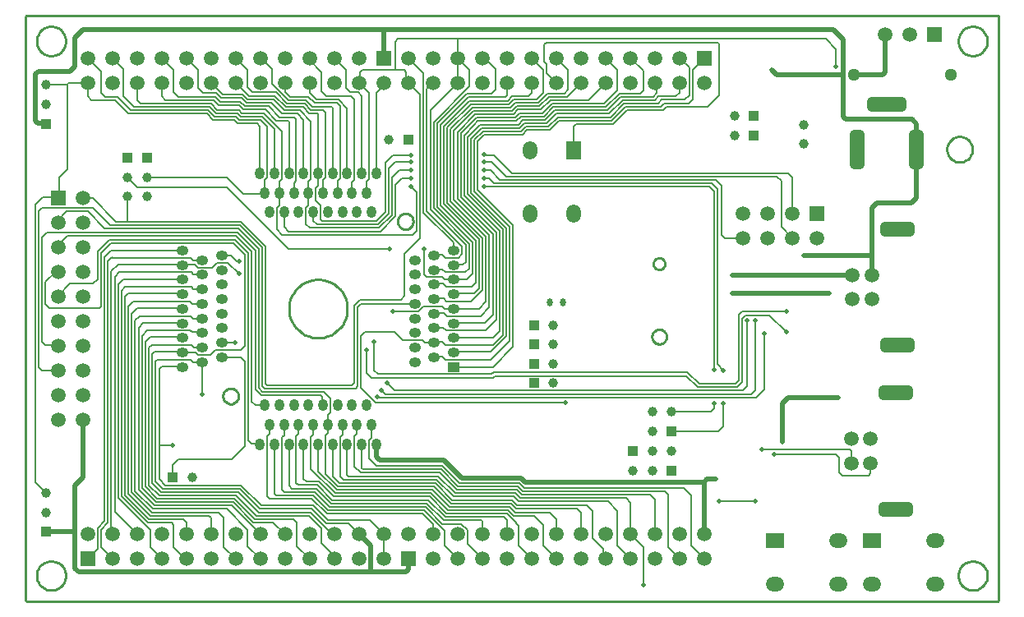
<source format=gbl>
G04*
G04 #@! TF.GenerationSoftware,Altium Limited,Altium Designer,19.1.7 (138)*
G04*
G04 Layer_Physical_Order=2*
G04 Layer_Color=16711680*
%FSTAX24Y24*%
%MOIN*%
G70*
G01*
G75*
%ADD11C,0.0100*%
%ADD16C,0.0197*%
%ADD60C,0.0079*%
G04:AMPARAMS|DCode=61|XSize=157.5mil|YSize=59.1mil|CornerRadius=14.8mil|HoleSize=0mil|Usage=FLASHONLY|Rotation=180.000|XOffset=0mil|YOffset=0mil|HoleType=Round|Shape=RoundedRectangle|*
%AMROUNDEDRECTD61*
21,1,0.1575,0.0295,0,0,180.0*
21,1,0.1280,0.0591,0,0,180.0*
1,1,0.0295,-0.0640,0.0148*
1,1,0.0295,0.0640,0.0148*
1,1,0.0295,0.0640,-0.0148*
1,1,0.0295,-0.0640,-0.0148*
%
%ADD61ROUNDEDRECTD61*%
G04:AMPARAMS|DCode=62|XSize=157.5mil|YSize=59.1mil|CornerRadius=14.8mil|HoleSize=0mil|Usage=FLASHONLY|Rotation=90.000|XOffset=0mil|YOffset=0mil|HoleType=Round|Shape=RoundedRectangle|*
%AMROUNDEDRECTD62*
21,1,0.1575,0.0295,0,0,90.0*
21,1,0.1280,0.0591,0,0,90.0*
1,1,0.0295,0.0148,0.0640*
1,1,0.0295,0.0148,-0.0640*
1,1,0.0295,-0.0148,-0.0640*
1,1,0.0295,-0.0148,0.0640*
%
%ADD62ROUNDEDRECTD62*%
%ADD63R,0.0591X0.0591*%
%ADD64C,0.0591*%
%ADD65C,0.0512*%
%ADD66R,0.0591X0.0591*%
G04:AMPARAMS|DCode=67|XSize=59.1mil|YSize=137.8mil|CornerRadius=14.8mil|HoleSize=0mil|Usage=FLASHONLY|Rotation=270.000|XOffset=0mil|YOffset=0mil|HoleType=Round|Shape=RoundedRectangle|*
%AMROUNDEDRECTD67*
21,1,0.0591,0.1083,0,0,270.0*
21,1,0.0295,0.1378,0,0,270.0*
1,1,0.0295,-0.0541,-0.0148*
1,1,0.0295,-0.0541,0.0148*
1,1,0.0295,0.0541,0.0148*
1,1,0.0295,0.0541,-0.0148*
%
%ADD67ROUNDEDRECTD67*%
%ADD68C,0.0394*%
%ADD69R,0.0394X0.0394*%
%ADD70O,0.0748X0.0591*%
%ADD71R,0.0748X0.0591*%
%ADD72R,0.0394X0.0394*%
%ADD73O,0.0236X0.0315*%
%ADD74O,0.0591X0.0748*%
%ADD75R,0.0591X0.0748*%
%ADD76O,0.0472X0.0394*%
%ADD77R,0.0472X0.0394*%
%ADD78O,0.0394X0.0472*%
%ADD79C,0.0197*%
G36*
X027283Y018311D02*
D01*
D01*
D01*
D01*
D01*
D01*
D01*
D01*
D01*
D01*
Y018213D01*
D01*
Y018311D01*
D02*
G37*
D11*
X009988Y0337D02*
X04938D01*
X011042Y011575D02*
X011157Y011552D01*
X011264Y011508D01*
X011361Y011443D01*
X011443Y011361D01*
X011508Y011264D01*
X011552Y011157D01*
X011575Y011042D01*
Y010984D02*
Y011042D01*
Y010926D02*
Y010984D01*
X011552Y010812D02*
X011575Y010926D01*
X011508Y010705D02*
X011552Y010812D01*
X011443Y010608D02*
X011508Y010705D01*
X011361Y010526D02*
X011443Y010608D01*
X011264Y010461D02*
X011361Y010526D01*
X011157Y010416D02*
X011264Y010461D01*
X011042Y010394D02*
X011157Y010416D01*
X010926Y010394D02*
X011042D01*
X010812Y010416D02*
X010926Y010394D01*
X010705Y010461D02*
X010812Y010416D01*
X010608Y010526D02*
X010705Y010461D01*
X010526Y010608D02*
X010608Y010526D01*
X010461Y010705D02*
X010526Y010608D01*
X010416Y010812D02*
X010461Y010705D01*
X010394Y010926D02*
X010416Y010812D01*
X010394Y010926D02*
Y010984D01*
Y011042D01*
X010416Y011157D01*
X010461Y011264D01*
X010526Y011361D01*
X010608Y011443D01*
X010705Y011508D01*
X010812Y011552D01*
X010926Y011575D01*
X011042D01*
X048424D02*
X048538Y011552D01*
X048645Y011508D01*
X048742Y011443D01*
X048824Y011361D01*
X048889Y011264D01*
X048934Y011157D01*
X048956Y011042D01*
Y010984D02*
Y011042D01*
Y010926D02*
Y010984D01*
X048934Y010812D02*
X048956Y010926D01*
X048889Y010705D02*
X048934Y010812D01*
X048824Y010608D02*
X048889Y010705D01*
X048742Y010526D02*
X048824Y010608D01*
X048645Y010461D02*
X048742Y010526D01*
X048538Y010416D02*
X048645Y010461D01*
X048424Y010394D02*
X048538Y010416D01*
X048308Y010394D02*
X048424D01*
X048193Y010416D02*
X048308Y010394D01*
X048086Y010461D02*
X048193Y010416D01*
X047989Y010526D02*
X048086Y010461D01*
X047907Y010608D02*
X047989Y010526D01*
X047842Y010705D02*
X047907Y010608D01*
X047798Y010812D02*
X047842Y010705D01*
X047775Y010926D02*
X047798Y010812D01*
X047775Y010926D02*
Y010984D01*
Y011042D01*
X047798Y011157D01*
X047842Y011264D01*
X047907Y011361D01*
X047989Y011443D01*
X048086Y011508D01*
X048193Y011552D01*
X048308Y011575D01*
X048424D01*
X018299Y018583D02*
X01836Y018571D01*
X018417Y018547D01*
X018468Y018512D01*
X018512Y018468D01*
X018547Y018417D01*
X018571Y01836D01*
X018583Y018299D01*
Y018268D02*
Y018299D01*
Y018237D02*
Y018268D01*
X018571Y018176D02*
X018583Y018237D01*
X018547Y018119D02*
X018571Y018176D01*
X018512Y018067D02*
X018547Y018119D01*
X018468Y018023D02*
X018512Y018067D01*
X018417Y017989D02*
X018468Y018023D01*
X01836Y017965D02*
X018417Y017989D01*
X018299Y017953D02*
X01836Y017965D01*
X018237Y017953D02*
X018299D01*
X018176Y017965D02*
X018237Y017953D01*
X018119Y017989D02*
X018176Y017965D01*
X018067Y018023D02*
X018119Y017989D01*
X018023Y018067D02*
X018067Y018023D01*
X017989Y018119D02*
X018023Y018067D01*
X017965Y018176D02*
X017989Y018119D01*
X017953Y018237D02*
X017965Y018176D01*
X017953Y018237D02*
Y018268D01*
Y018299D01*
X017965Y01836D01*
X017989Y018417D01*
X018023Y018468D01*
X018067Y018512D01*
X018119Y018547D01*
X018176Y018571D01*
X018237Y018583D01*
X018299D01*
X035679Y020974D02*
X035736Y020963D01*
X035789Y020941D01*
X035838Y020908D01*
X035879Y020867D01*
X035911Y020819D01*
X035934Y020765D01*
X035945Y020708D01*
Y020679D02*
Y020708D01*
Y02065D02*
Y020679D01*
X035934Y020593D02*
X035945Y02065D01*
X035911Y020539D02*
X035934Y020593D01*
X035879Y020491D02*
X035911Y020539D01*
X035838Y02045D02*
X035879Y020491D01*
X035789Y020417D02*
X035838Y02045D01*
X035736Y020395D02*
X035789Y020417D01*
X035679Y020384D02*
X035736Y020395D01*
X035621Y020384D02*
X035679D01*
X035563Y020395D02*
X035621Y020384D01*
X03551Y020417D02*
X035563Y020395D01*
X035461Y02045D02*
X03551Y020417D01*
X03542Y020491D02*
X035461Y02045D01*
X035388Y020539D02*
X03542Y020491D01*
X035366Y020593D02*
X035388Y020539D01*
X035354Y02065D02*
X035366Y020593D01*
X035354Y02065D02*
Y020679D01*
Y020708D01*
X035366Y020765D01*
X035388Y020819D01*
X03542Y020867D01*
X035461Y020908D01*
X03551Y020941D01*
X035563Y020963D01*
X035621Y020974D01*
X035679D01*
X021888Y022992D02*
X022042Y022972D01*
X022191Y022932D01*
X022335Y022873D01*
X022469Y022795D01*
X022591Y022701D01*
X022701Y022591D01*
X022795Y022469D01*
X022873Y022335D01*
X022932Y022191D01*
X022972Y022042D01*
X022992Y021888D01*
Y021811D02*
Y021888D01*
Y021734D02*
Y021811D01*
X022972Y02158D02*
X022992Y021734D01*
X022932Y021431D02*
X022972Y02158D01*
X022873Y021288D02*
X022932Y021431D01*
X022795Y021153D02*
X022873Y021288D01*
X022701Y021031D02*
X022795Y021153D01*
X022591Y020921D02*
X022701Y021031D01*
X022469Y020827D02*
X022591Y020921D01*
X022335Y020749D02*
X022469Y020827D01*
X022191Y02069D02*
X022335Y020749D01*
X022042Y02065D02*
X022191Y02069D01*
X021888Y02063D02*
X022042Y02065D01*
X021734Y02063D02*
X021888D01*
X02158Y02065D02*
X021734Y02063D01*
X021431Y02069D02*
X02158Y02065D01*
X021288Y020749D02*
X021431Y02069D01*
X021153Y020827D02*
X021288Y020749D01*
X021031Y020921D02*
X021153Y020827D01*
X020921Y021031D02*
X021031Y020921D01*
X020827Y021153D02*
X020921Y021031D01*
X020749Y021288D02*
X020827Y021153D01*
X02069Y021431D02*
X020749Y021288D01*
X02065Y02158D02*
X02069Y021431D01*
X02063Y021734D02*
X02065Y02158D01*
X02063Y021734D02*
Y021811D01*
Y021888D01*
X02065Y022042D01*
X02069Y022191D01*
X020749Y022335D01*
X020827Y022469D01*
X020921Y022591D01*
X021031Y022701D01*
X021153Y022795D01*
X021288Y022873D01*
X021431Y022932D01*
X02158Y022972D01*
X021734Y022992D01*
X021888D01*
X035697Y023868D02*
X035783Y023832D01*
X03585Y023766D01*
X035886Y023679D01*
Y023632D02*
Y023679D01*
Y023585D02*
Y023632D01*
X03585Y023498D02*
X035886Y023585D01*
X035783Y023432D02*
X03585Y023498D01*
X035697Y023396D02*
X035783Y023432D01*
X035603Y023396D02*
X035697D01*
X035516Y023432D02*
X035603Y023396D01*
X035449Y023498D02*
X035516Y023432D01*
X035413Y023585D02*
X035449Y023498D01*
X035413Y023585D02*
Y023632D01*
Y023679D01*
X035449Y023766D01*
X035516Y023832D01*
X035603Y023868D01*
X035697D01*
X025385Y025669D02*
X025446Y025657D01*
X025504Y025633D01*
X025555Y025599D01*
X025599Y025555D01*
X025633Y025504D01*
X025657Y025446D01*
X025669Y025385D01*
Y025354D02*
Y025385D01*
Y025323D02*
Y025354D01*
X025657Y025262D02*
X025669Y025323D01*
X025633Y025205D02*
X025657Y025262D01*
X025599Y025154D02*
X025633Y025205D01*
X025555Y02511D02*
X025599Y025154D01*
X025504Y025075D02*
X025555Y02511D01*
X025446Y025051D02*
X025504Y025075D01*
X025385Y025039D02*
X025446Y025051D01*
X025323Y025039D02*
X025385D01*
X025262Y025051D02*
X025323Y025039D01*
X025205Y025075D02*
X025262Y025051D01*
X025154Y02511D02*
X025205Y025075D01*
X02511Y025154D02*
X025154Y02511D01*
X025075Y025205D02*
X02511Y025154D01*
X025051Y025262D02*
X025075Y025205D01*
X025039Y025323D02*
X025051Y025262D01*
X025039Y025323D02*
Y025354D01*
Y025385D01*
X025051Y025446D01*
X025075Y025504D01*
X02511Y025555D01*
X025154Y025599D01*
X025205Y025633D01*
X025262Y025657D01*
X025323Y025669D01*
X025385D01*
X047885Y028789D02*
X047984Y02877D01*
X048077Y028731D01*
X048161Y028675D01*
X048232Y028604D01*
X048288Y02852D01*
X048327Y028427D01*
X048346Y028328D01*
Y028278D02*
Y028328D01*
Y028227D02*
Y028278D01*
X048327Y028128D02*
X048346Y028227D01*
X048288Y028035D02*
X048327Y028128D01*
X048232Y027951D02*
X048288Y028035D01*
X048161Y02788D02*
X048232Y027951D01*
X048077Y027824D02*
X048161Y02788D01*
X047984Y027785D02*
X048077Y027824D01*
X047885Y027766D02*
X047984Y027785D01*
X047784Y027766D02*
X047885D01*
X047685Y027785D02*
X047784Y027766D01*
X047592Y027824D02*
X047685Y027785D01*
X047508Y02788D02*
X047592Y027824D01*
X047437Y027951D02*
X047508Y02788D01*
X047381Y028035D02*
X047437Y027951D01*
X047343Y028128D02*
X047381Y028035D01*
X047323Y028227D02*
X047343Y028128D01*
X047323Y028227D02*
Y028278D01*
Y028328D01*
X047343Y028427D01*
X047381Y02852D01*
X047437Y028604D01*
X047508Y028675D01*
X047592Y028731D01*
X047685Y02877D01*
X047784Y028789D01*
X047885D01*
X011042Y033256D02*
X011157Y033234D01*
X011264Y033189D01*
X011361Y033124D01*
X011443Y033042D01*
X011508Y032945D01*
X011552Y032838D01*
X011575Y032724D01*
Y032666D02*
Y032724D01*
Y032608D02*
Y032666D01*
X011552Y032493D02*
X011575Y032608D01*
X011508Y032386D02*
X011552Y032493D01*
X011443Y032289D02*
X011508Y032386D01*
X011361Y032207D02*
X011443Y032289D01*
X011264Y032142D02*
X011361Y032207D01*
X011157Y032098D02*
X011264Y032142D01*
X011042Y032075D02*
X011157Y032098D01*
X010926Y032075D02*
X011042D01*
X010812Y032098D02*
X010926Y032075D01*
X010705Y032142D02*
X010812Y032098D01*
X010608Y032207D02*
X010705Y032142D01*
X010526Y032289D02*
X010608Y032207D01*
X010461Y032386D02*
X010526Y032289D01*
X010416Y032493D02*
X010461Y032386D01*
X010394Y032608D02*
X010416Y032493D01*
X010394Y032608D02*
Y032666D01*
Y032724D01*
X010416Y032838D01*
X010461Y032945D01*
X010526Y033042D01*
X010608Y033124D01*
X010705Y033189D01*
X010812Y033234D01*
X010926Y033256D01*
X011042D01*
X048424D02*
X048538Y033234D01*
X048645Y033189D01*
X048742Y033124D01*
X048824Y033042D01*
X048889Y032945D01*
X048934Y032838D01*
X048956Y032724D01*
Y032666D02*
Y032724D01*
Y032608D02*
Y032666D01*
X048934Y032493D02*
X048956Y032608D01*
X048889Y032386D02*
X048934Y032493D01*
X048824Y032289D02*
X048889Y032386D01*
X048742Y032207D02*
X048824Y032289D01*
X048645Y032142D02*
X048742Y032207D01*
X048538Y032098D02*
X048645Y032142D01*
X048424Y032075D02*
X048538Y032098D01*
X048308Y032075D02*
X048424D01*
X048193Y032098D02*
X048308Y032075D01*
X048086Y032142D02*
X048193Y032098D01*
X047989Y032207D02*
X048086Y032142D01*
X047907Y032289D02*
X047989Y032207D01*
X047842Y032386D02*
X047907Y032289D01*
X047798Y032493D02*
X047842Y032386D01*
X047775Y032608D02*
X047798Y032493D01*
X047775Y032608D02*
Y032666D01*
Y032724D01*
X047798Y032838D01*
X047842Y032945D01*
X047907Y033042D01*
X047989Y033124D01*
X048086Y033189D01*
X048193Y033234D01*
X048308Y033256D01*
X048424D01*
X04938Y0337D02*
X049398Y033693D01*
X009967Y03369D02*
X009988Y0337D01*
X009953Y033671D02*
X009967Y03369D01*
X009949Y033647D02*
X009953Y033671D01*
X009949Y033647D02*
X009952Y033636D01*
X009951Y033631D02*
X009952Y033636D01*
X00995Y033624D02*
X009951Y033631D01*
X00995Y01D02*
Y033624D01*
Y00999D02*
Y01D01*
Y00999D02*
X009957Y009972D01*
X009972Y009957D01*
X00999Y00995D01*
X04938D01*
X049398Y009957D01*
X049413Y009972D01*
X04942Y00999D01*
Y01D01*
X04942Y010005D02*
X04942Y01D01*
X049419Y010012D02*
X04942Y010005D01*
X049419Y010012D02*
X049419Y010019D01*
X04942Y010026D01*
X04942Y03365D02*
X04942Y010026D01*
X04942Y03365D02*
Y03366D01*
X049413Y033678D02*
X04942Y03366D01*
X049398Y033693D02*
X049413Y033678D01*
X011042Y011575D02*
X011157Y011552D01*
X011264Y011508D01*
X011361Y011443D01*
X011443Y011361D01*
X011508Y011264D01*
X011552Y011157D01*
X011575Y011042D01*
Y010984D02*
Y011042D01*
Y010926D02*
Y010984D01*
X011552Y010812D02*
X011575Y010926D01*
X011508Y010705D02*
X011552Y010812D01*
X011443Y010608D02*
X011508Y010705D01*
X011361Y010526D02*
X011443Y010608D01*
X011264Y010461D02*
X011361Y010526D01*
X011157Y010416D02*
X011264Y010461D01*
X011042Y010394D02*
X011157Y010416D01*
X010926Y010394D02*
X011042D01*
X010812Y010416D02*
X010926Y010394D01*
X010705Y010461D02*
X010812Y010416D01*
X010608Y010526D02*
X010705Y010461D01*
X010526Y010608D02*
X010608Y010526D01*
X010461Y010705D02*
X010526Y010608D01*
X010416Y010812D02*
X010461Y010705D01*
X010394Y010926D02*
X010416Y010812D01*
X010394Y010926D02*
Y010984D01*
Y011042D01*
X010416Y011157D01*
X010461Y011264D01*
X010526Y011361D01*
X010608Y011443D01*
X010705Y011508D01*
X010812Y011552D01*
X010926Y011575D01*
X011042D01*
X048424D02*
X048538Y011552D01*
X048645Y011508D01*
X048742Y011443D01*
X048824Y011361D01*
X048889Y011264D01*
X048934Y011157D01*
X048956Y011042D01*
Y010984D02*
Y011042D01*
Y010926D02*
Y010984D01*
X048934Y010812D02*
X048956Y010926D01*
X048889Y010705D02*
X048934Y010812D01*
X048824Y010608D02*
X048889Y010705D01*
X048742Y010526D02*
X048824Y010608D01*
X048645Y010461D02*
X048742Y010526D01*
X048538Y010416D02*
X048645Y010461D01*
X048424Y010394D02*
X048538Y010416D01*
X048308Y010394D02*
X048424D01*
X048193Y010416D02*
X048308Y010394D01*
X048086Y010461D02*
X048193Y010416D01*
X047989Y010526D02*
X048086Y010461D01*
X047907Y010608D02*
X047989Y010526D01*
X047842Y010705D02*
X047907Y010608D01*
X047798Y010812D02*
X047842Y010705D01*
X047775Y010926D02*
X047798Y010812D01*
X047775Y010926D02*
Y010984D01*
Y011042D01*
X047798Y011157D01*
X047842Y011264D01*
X047907Y011361D01*
X047989Y011443D01*
X048086Y011508D01*
X048193Y011552D01*
X048308Y011575D01*
X048424D01*
X018299Y018583D02*
X01836Y018571D01*
X018417Y018547D01*
X018468Y018512D01*
X018512Y018468D01*
X018547Y018417D01*
X018571Y01836D01*
X018583Y018299D01*
Y018268D02*
Y018299D01*
Y018237D02*
Y018268D01*
X018571Y018176D02*
X018583Y018237D01*
X018547Y018119D02*
X018571Y018176D01*
X018512Y018067D02*
X018547Y018119D01*
X018468Y018023D02*
X018512Y018067D01*
X018417Y017989D02*
X018468Y018023D01*
X01836Y017965D02*
X018417Y017989D01*
X018299Y017953D02*
X01836Y017965D01*
X018237Y017953D02*
X018299D01*
X018176Y017965D02*
X018237Y017953D01*
X018119Y017989D02*
X018176Y017965D01*
X018067Y018023D02*
X018119Y017989D01*
X018023Y018067D02*
X018067Y018023D01*
X017989Y018119D02*
X018023Y018067D01*
X017965Y018176D02*
X017989Y018119D01*
X017953Y018237D02*
X017965Y018176D01*
X017953Y018237D02*
Y018268D01*
Y018299D01*
X017965Y01836D01*
X017989Y018417D01*
X018023Y018468D01*
X018067Y018512D01*
X018119Y018547D01*
X018176Y018571D01*
X018237Y018583D01*
X018299D01*
X035679Y020974D02*
X035736Y020963D01*
X035789Y020941D01*
X035838Y020908D01*
X035879Y020867D01*
X035911Y020819D01*
X035934Y020765D01*
X035945Y020708D01*
Y020679D02*
Y020708D01*
Y02065D02*
Y020679D01*
X035934Y020593D02*
X035945Y02065D01*
X035911Y020539D02*
X035934Y020593D01*
X035879Y020491D02*
X035911Y020539D01*
X035838Y02045D02*
X035879Y020491D01*
X035789Y020417D02*
X035838Y02045D01*
X035736Y020395D02*
X035789Y020417D01*
X035679Y020384D02*
X035736Y020395D01*
X035621Y020384D02*
X035679D01*
X035563Y020395D02*
X035621Y020384D01*
X03551Y020417D02*
X035563Y020395D01*
X035461Y02045D02*
X03551Y020417D01*
X03542Y020491D02*
X035461Y02045D01*
X035388Y020539D02*
X03542Y020491D01*
X035366Y020593D02*
X035388Y020539D01*
X035354Y02065D02*
X035366Y020593D01*
X035354Y02065D02*
Y020679D01*
Y020708D01*
X035366Y020765D01*
X035388Y020819D01*
X03542Y020867D01*
X035461Y020908D01*
X03551Y020941D01*
X035563Y020963D01*
X035621Y020974D01*
X035679D01*
X021888Y022992D02*
X022042Y022972D01*
X022191Y022932D01*
X022335Y022873D01*
X022469Y022795D01*
X022591Y022701D01*
X022701Y022591D01*
X022795Y022469D01*
X022873Y022335D01*
X022932Y022191D01*
X022972Y022042D01*
X022992Y021888D01*
Y021811D02*
Y021888D01*
Y021734D02*
Y021811D01*
X022972Y02158D02*
X022992Y021734D01*
X022932Y021431D02*
X022972Y02158D01*
X022873Y021288D02*
X022932Y021431D01*
X022795Y021153D02*
X022873Y021288D01*
X022701Y021031D02*
X022795Y021153D01*
X022591Y020921D02*
X022701Y021031D01*
X022469Y020827D02*
X022591Y020921D01*
X022335Y020749D02*
X022469Y020827D01*
X022191Y02069D02*
X022335Y020749D01*
X022042Y02065D02*
X022191Y02069D01*
X021888Y02063D02*
X022042Y02065D01*
X021734Y02063D02*
X021888D01*
X02158Y02065D02*
X021734Y02063D01*
X021431Y02069D02*
X02158Y02065D01*
X021288Y020749D02*
X021431Y02069D01*
X021153Y020827D02*
X021288Y020749D01*
X021031Y020921D02*
X021153Y020827D01*
X020921Y021031D02*
X021031Y020921D01*
X020827Y021153D02*
X020921Y021031D01*
X020749Y021288D02*
X020827Y021153D01*
X02069Y021431D02*
X020749Y021288D01*
X02065Y02158D02*
X02069Y021431D01*
X02063Y021734D02*
X02065Y02158D01*
X02063Y021734D02*
Y021811D01*
Y021888D01*
X02065Y022042D01*
X02069Y022191D01*
X020749Y022335D01*
X020827Y022469D01*
X020921Y022591D01*
X021031Y022701D01*
X021153Y022795D01*
X021288Y022873D01*
X021431Y022932D01*
X02158Y022972D01*
X021734Y022992D01*
X021888D01*
X035697Y023868D02*
X035783Y023832D01*
X03585Y023766D01*
X035886Y023679D01*
Y023632D02*
Y023679D01*
Y023585D02*
Y023632D01*
X03585Y023498D02*
X035886Y023585D01*
X035783Y023432D02*
X03585Y023498D01*
X035697Y023396D02*
X035783Y023432D01*
X035603Y023396D02*
X035697D01*
X035516Y023432D02*
X035603Y023396D01*
X035449Y023498D02*
X035516Y023432D01*
X035413Y023585D02*
X035449Y023498D01*
X035413Y023585D02*
Y023632D01*
Y023679D01*
X035449Y023766D01*
X035516Y023832D01*
X035603Y023868D01*
X035697D01*
X025385Y025669D02*
X025446Y025657D01*
X025504Y025633D01*
X025555Y025599D01*
X025599Y025555D01*
X025633Y025504D01*
X025657Y025446D01*
X025669Y025385D01*
Y025354D02*
Y025385D01*
Y025323D02*
Y025354D01*
X025657Y025262D02*
X025669Y025323D01*
X025633Y025205D02*
X025657Y025262D01*
X025599Y025154D02*
X025633Y025205D01*
X025555Y02511D02*
X025599Y025154D01*
X025504Y025075D02*
X025555Y02511D01*
X025446Y025051D02*
X025504Y025075D01*
X025385Y025039D02*
X025446Y025051D01*
X025323Y025039D02*
X025385D01*
X025262Y025051D02*
X025323Y025039D01*
X025205Y025075D02*
X025262Y025051D01*
X025154Y02511D02*
X025205Y025075D01*
X02511Y025154D02*
X025154Y02511D01*
X025075Y025205D02*
X02511Y025154D01*
X025051Y025262D02*
X025075Y025205D01*
X025039Y025323D02*
X025051Y025262D01*
X025039Y025323D02*
Y025354D01*
Y025385D01*
X025051Y025446D01*
X025075Y025504D01*
X02511Y025555D01*
X025154Y025599D01*
X025205Y025633D01*
X025262Y025657D01*
X025323Y025669D01*
X025385D01*
X011042Y033256D02*
X011157Y033234D01*
X011264Y033189D01*
X011361Y033124D01*
X011443Y033042D01*
X011508Y032945D01*
X011552Y032838D01*
X011575Y032724D01*
Y032666D02*
Y032724D01*
Y032608D02*
Y032666D01*
X011552Y032493D02*
X011575Y032608D01*
X011508Y032386D02*
X011552Y032493D01*
X011443Y032289D02*
X011508Y032386D01*
X011361Y032207D02*
X011443Y032289D01*
X011264Y032142D02*
X011361Y032207D01*
X011157Y032098D02*
X011264Y032142D01*
X011042Y032075D02*
X011157Y032098D01*
X010926Y032075D02*
X011042D01*
X010812Y032098D02*
X010926Y032075D01*
X010705Y032142D02*
X010812Y032098D01*
X010608Y032207D02*
X010705Y032142D01*
X010526Y032289D02*
X010608Y032207D01*
X010461Y032386D02*
X010526Y032289D01*
X010416Y032493D02*
X010461Y032386D01*
X010394Y032608D02*
X010416Y032493D01*
X010394Y032608D02*
Y032666D01*
Y032724D01*
X010416Y032838D01*
X010461Y032945D01*
X010526Y033042D01*
X010608Y033124D01*
X010705Y033189D01*
X010812Y033234D01*
X010926Y033256D01*
X011042D01*
X048424D02*
X048538Y033234D01*
X048645Y033189D01*
X048742Y033124D01*
X048824Y033042D01*
X048889Y032945D01*
X048934Y032838D01*
X048956Y032724D01*
Y032666D02*
Y032724D01*
Y032608D02*
Y032666D01*
X048934Y032493D02*
X048956Y032608D01*
X048889Y032386D02*
X048934Y032493D01*
X048824Y032289D02*
X048889Y032386D01*
X048742Y032207D02*
X048824Y032289D01*
X048645Y032142D02*
X048742Y032207D01*
X048538Y032098D02*
X048645Y032142D01*
X048424Y032075D02*
X048538Y032098D01*
X048308Y032075D02*
X048424D01*
X048193Y032098D02*
X048308Y032075D01*
X048086Y032142D02*
X048193Y032098D01*
X047989Y032207D02*
X048086Y032142D01*
X047907Y032289D02*
X047989Y032207D01*
X047842Y032386D02*
X047907Y032289D01*
X047798Y032493D02*
X047842Y032386D01*
X047775Y032608D02*
X047798Y032493D01*
X047775Y032608D02*
Y032666D01*
Y032724D01*
X047798Y032838D01*
X047842Y032945D01*
X047907Y033042D01*
X047989Y033124D01*
X048086Y033189D01*
X048193Y033234D01*
X048308Y033256D01*
X048424D01*
X04938Y0337D02*
X049398Y033693D01*
X009988Y0337D02*
X04938D01*
X009967Y03369D02*
X009988Y0337D01*
X009953Y033671D02*
X009967Y03369D01*
X009949Y033647D02*
X009953Y033671D01*
X009949Y033647D02*
X009952Y033636D01*
X009951Y033631D02*
X009952Y033636D01*
X00995Y033624D02*
X009951Y033631D01*
X00995Y01D02*
Y033624D01*
Y00999D02*
Y01D01*
Y00999D02*
X009957Y009972D01*
X009972Y009957D01*
X00999Y00995D01*
X04938D01*
X049398Y009957D01*
X049413Y009972D01*
X04942Y00999D01*
Y01D01*
X04942Y010005D02*
X04942Y01D01*
X049419Y010012D02*
X04942Y010005D01*
X049419Y010012D02*
X049419Y010019D01*
X04942Y010026D01*
X04942Y03365D02*
X04942Y010026D01*
X04942Y03365D02*
Y03366D01*
X049413Y033678D02*
X04942Y03366D01*
X049398Y033693D02*
X049413Y033678D01*
D16*
X043218Y029498D02*
X045894D01*
X046073Y029319D01*
Y028287D02*
Y029319D01*
X046063Y028278D02*
X046073Y028287D01*
X045874Y0261D02*
X046063Y026289D01*
Y028278D01*
X033183Y014778D02*
X037475D01*
X037589Y014892D01*
X033179Y014774D02*
X033183Y014778D01*
X024183Y015787D02*
X024301Y015669D01*
X024183Y015787D02*
Y016309D01*
X024173Y016319D02*
X024183Y016309D01*
X024301Y015669D02*
X026895D01*
X027629Y014936D01*
X030056D01*
X030219Y014774D01*
X033179D01*
X037475Y012665D02*
Y014778D01*
X037589Y014892D02*
X037933D01*
X04063Y01797D02*
X04086Y0182D01*
X04063Y016388D02*
Y01797D01*
X04086Y0182D02*
X042924D01*
X044478Y0261D02*
X045874D01*
X025475Y011233D02*
Y011665D01*
X025364Y011122D02*
X025475Y011233D01*
X023957Y011122D02*
X025364D01*
X0431Y029617D02*
X043218Y029498D01*
X0431Y029617D02*
Y0313D01*
X0386Y02318D02*
X043489D01*
X042522Y022438D02*
X04253Y022431D01*
X0386Y022438D02*
X042522D01*
X04175Y0313D02*
X0431D01*
X040409D02*
X04175D01*
X0402Y031509D02*
X040409Y0313D01*
X043531D02*
X044709D01*
X0448Y031391D01*
Y03295D01*
X010787Y012756D02*
X01195D01*
X012106Y011122D02*
X023957D01*
X023927Y011152D02*
Y012203D01*
X023464Y012665D02*
X023927Y012203D01*
X01195Y011278D02*
X012106Y011122D01*
X01195Y011278D02*
Y012756D01*
Y01465D01*
X012264Y014964D01*
Y017311D01*
X010337Y029451D02*
Y031325D01*
X010452Y029335D02*
X010771D01*
X010337Y029451D02*
X010452Y029335D01*
X010337Y031325D02*
X010461Y031449D01*
X011749D01*
X01195Y03165D01*
Y032794D01*
X024464Y033124D02*
X042713D01*
X01228D02*
X024464D01*
Y031985D02*
Y033124D01*
X042713D02*
X0431Y032738D01*
X01195Y032794D02*
X01228Y033124D01*
X0431Y0313D02*
Y032738D01*
X041506Y023986D02*
X044276D01*
Y025898D01*
Y02318D02*
Y023986D01*
Y025898D02*
X044478Y0261D01*
D60*
X027303Y023611D02*
X027692D01*
X010633Y026339D02*
X011264D01*
X026516Y023414D02*
X026836D01*
X015478Y019477D02*
X016319D01*
X026516Y024004D02*
X026856D01*
X025943Y024658D02*
Y030516D01*
X026081Y025717D02*
Y031378D01*
X025315Y02403D02*
X025943Y024658D01*
X025475Y030985D02*
X025943Y030516D01*
X026081Y025717D02*
X027303Y024495D01*
X04105Y025685D02*
Y027146D01*
X029679Y027317D02*
X040879D01*
X04105Y027146D01*
X04061Y025125D02*
Y026988D01*
X040419Y027179D02*
X04061Y026988D01*
X029443Y027179D02*
X040419D01*
X037864Y019321D02*
Y026565D01*
X037663Y026766D02*
X037864Y026565D01*
X028535Y026766D02*
X037663D01*
X038317Y024685D02*
X03905D01*
X038189Y024813D02*
X038317Y024685D01*
X038189Y024813D02*
Y026801D01*
X029182Y027041D02*
X037949D01*
X038189Y026801D01*
X038002Y019567D02*
Y026683D01*
X028945Y026904D02*
X037781D01*
X038002Y026683D01*
Y019567D02*
X038258Y019311D01*
X015516Y014513D02*
X018631D01*
X015226Y014804D02*
X015516Y014513D01*
X015226Y014804D02*
Y019677D01*
X016319Y020067D02*
X016347Y020039D01*
X015184Y020067D02*
X016319D01*
X015437Y014376D02*
X018574D01*
X015088Y014725D02*
X015437Y014376D01*
X015088Y014725D02*
Y019972D01*
X02749Y014601D02*
X029918D01*
X0268Y015291D02*
X02749Y014601D01*
X023629Y015291D02*
X0268D01*
X027433Y014463D02*
X029861D01*
X026743Y015154D02*
X027433Y014463D01*
X02355Y015154D02*
X026743D01*
X027366Y014326D02*
X029804D01*
X026675Y015016D02*
X027366Y014326D01*
X023038Y015016D02*
X026675D01*
X027308Y014188D02*
X029746D01*
X026618Y014878D02*
X027308Y014188D01*
X022981Y014878D02*
X026618D01*
X027251Y01405D02*
X029689D01*
X026561Y01474D02*
X027251Y01405D01*
X022675Y01474D02*
X026561D01*
X027194Y013912D02*
X029632D01*
X026504Y014602D02*
X027194Y013912D01*
X022618Y014602D02*
X026504D01*
X027137Y013774D02*
X029574D01*
X026447Y014465D02*
X027137Y013774D01*
X022561Y014465D02*
X026447D01*
X02708Y013637D02*
X029517D01*
X02639Y014327D02*
X02708Y013637D01*
X022504Y014327D02*
X02639D01*
X027023Y013499D02*
X02946D01*
X026333Y014189D02*
X027023Y013499D01*
X022446Y014189D02*
X026333D01*
X026966Y013361D02*
X029339D01*
X026276Y014051D02*
X026966Y013361D01*
X022389Y014051D02*
X026276D01*
X028475Y0127D02*
Y013175D01*
X028427Y013223D02*
X028475Y013175D01*
X026909Y013223D02*
X028427D01*
X026219Y013913D02*
X026909Y013223D01*
X022332Y013913D02*
X026219D01*
X027612Y013085D02*
X027868Y012829D01*
X026852Y013085D02*
X027612D01*
X026162Y013776D02*
X026852Y013085D01*
X022275Y013776D02*
X026162D01*
X02695Y01219D02*
Y012792D01*
X026105Y013638D02*
X02695Y012792D01*
X022218Y013638D02*
X026105D01*
X026475Y012665D02*
Y013073D01*
X026048Y0135D02*
X026475Y013073D01*
X022161Y0135D02*
X026048D01*
X026857Y015429D02*
X027547Y014739D01*
X027627Y014878D02*
X030061D01*
X026938Y015567D02*
X027627Y014878D01*
X027868Y012272D02*
Y012829D01*
X015006Y020658D02*
X016319D01*
X024957Y026833D02*
X025226Y027102D01*
X024957Y025562D02*
Y026833D01*
X024346Y024951D02*
X024957Y025562D01*
X024819Y027136D02*
X025114Y027431D01*
X024819Y025619D02*
Y027136D01*
X024289Y025089D02*
X024819Y025619D01*
X024682Y027497D02*
X02495Y027766D01*
X024682Y025676D02*
Y027497D01*
X024232Y025226D02*
X024682Y025676D01*
X024541Y027738D02*
X024855Y028051D01*
X024541Y025731D02*
Y027738D01*
X024175Y025365D02*
X024541Y025731D01*
X020578Y029448D02*
X02063Y029396D01*
X020121Y029448D02*
X020578D01*
X013563Y030274D02*
X014115Y029723D01*
X012623Y030274D02*
X013563D01*
X014115Y029723D02*
X017293D01*
X012465Y030433D02*
X012623Y030274D01*
X012465Y030433D02*
Y030985D01*
X019449Y027303D02*
Y029216D01*
X017293Y029723D02*
X017548Y029468D01*
X018407D01*
X01854Y029335D01*
X019329D01*
X019449Y029216D01*
X02063Y027303D02*
Y029396D01*
X019682Y029887D02*
X020121Y029448D01*
X020925Y026994D02*
Y02951D01*
X020237Y029585D02*
X02085D01*
X020925Y02951D01*
X019798Y030024D02*
X020237Y029585D01*
X02122Y027331D02*
Y029479D01*
X020351Y029723D02*
X020976D01*
X02122Y029479D01*
Y027303D02*
Y027331D01*
X021516Y027141D02*
Y029414D01*
X020441Y029861D02*
X021069D01*
X021516Y029414D01*
X013Y030573D02*
Y031449D01*
X019744Y027141D02*
Y02921D01*
X013Y030573D02*
X013161Y030412D01*
X013673D01*
X014224Y029861D01*
X01735D01*
X017605Y029606D01*
X018465D01*
X018597Y029473D01*
X01948D01*
X019744Y02921D01*
X0139Y030433D02*
Y031549D01*
X020039Y027331D02*
Y029109D01*
X0139Y030433D02*
X014334Y029999D01*
X019538Y029611D02*
X020039Y029109D01*
X018669Y029611D02*
X019538D01*
X018536Y029744D02*
X018669Y029611D01*
X017662Y029744D02*
X018536D01*
X017407Y029999D02*
X017662Y029744D01*
X014334Y029999D02*
X017407D01*
X020039Y027303D02*
Y027331D01*
X014465Y030274D02*
Y030985D01*
X020335Y027055D02*
Y029009D01*
X014465Y030274D02*
X014602Y030137D01*
X017465D01*
X01772Y029882D01*
X018593D01*
X018726Y029749D01*
X019595D01*
X020335Y029009D01*
X015465Y030433D02*
Y030985D01*
Y030433D02*
X015623Y030274D01*
X017586D01*
X017784Y030076D01*
X018593D01*
X018783Y029887D01*
X019682D01*
X01595Y030591D02*
Y031499D01*
Y030591D02*
X016129Y030412D01*
X017643D01*
X017841Y030214D01*
X01865D01*
X01884Y030024D01*
X019798D01*
X01695Y030765D02*
Y031499D01*
Y030765D02*
X017141Y030573D01*
X019912Y030162D02*
X020351Y029723D01*
X018897Y030162D02*
X019912D01*
X018701Y030359D02*
X018897Y030162D01*
X018204Y030359D02*
X018701D01*
X0182Y030362D02*
X018204Y030359D01*
X017888Y030362D02*
X0182D01*
X017677Y030573D02*
X017888Y030362D01*
X017141Y030573D02*
X017677D01*
X017465Y030985D02*
X017949Y0305D01*
X018754D01*
X018954Y0303D01*
X020002D01*
X020441Y029861D01*
X021811Y027303D02*
Y029698D01*
X018465Y030985D02*
X019011Y030438D01*
X020059D01*
X020498Y029999D01*
X021204D01*
X021459Y029744D01*
X021765D01*
X021811Y029698D01*
X01895Y0308D02*
Y031499D01*
X022106Y027141D02*
Y029783D01*
X01895Y0308D02*
X019159Y030591D01*
X0201D01*
X020555Y030137D01*
X021261D01*
X021516Y029882D01*
X022008D01*
X022106Y029783D01*
X022402Y027331D02*
Y029973D01*
X01995Y030936D02*
X020335Y030552D01*
X020612Y030274D01*
X021318D01*
X021573Y030019D01*
X022355D01*
X022402Y029973D01*
Y027303D02*
Y027331D01*
X022697Y027102D02*
Y03005D01*
X020465Y030617D02*
Y030985D01*
Y030617D02*
X020669Y030412D01*
X022589Y030157D02*
X022697Y03005D01*
X021672Y030157D02*
X022589D01*
X021417Y030412D02*
X021672Y030157D01*
X020669Y030412D02*
X021417D01*
X018536Y02491D02*
X019262Y024184D01*
X01081Y02491D02*
X018536D01*
X0112Y024339D02*
X011633Y024772D01*
X018479D02*
X019124Y024127D01*
X011633Y024772D02*
X018479D01*
X01844Y024616D02*
X018986Y02407D01*
X013356Y024616D02*
X01844D01*
X012867Y024127D02*
X013356Y024616D01*
X018383Y024478D02*
X018848Y024013D01*
X013413Y024478D02*
X018383D01*
X013Y024065D02*
X013413Y024478D01*
X019124Y016348D02*
X019419D01*
X018986Y016486D02*
X019124Y016348D01*
X018986Y016486D02*
Y02407D01*
X018848Y016244D02*
Y019679D01*
X018685Y019843D02*
X018848Y019679D01*
X017894Y019843D02*
X018685D01*
X02327Y021924D02*
X023519Y022174D01*
X018686Y025344D02*
X019682Y024349D01*
X02327Y018791D02*
Y021924D01*
X023189Y018711D02*
X02327Y018791D01*
X019744Y018711D02*
X023189D01*
X019537Y018681D02*
Y024298D01*
Y018681D02*
X019646Y018573D01*
X019555Y018435D02*
X022047D01*
X0194Y018591D02*
X019555Y018435D01*
X0194Y018591D02*
Y024241D01*
X019262Y018533D02*
Y024184D01*
Y018533D02*
X019498Y018297D01*
X021921D01*
X019124Y018045D02*
Y024127D01*
X02199Y01794D02*
X022008Y017922D01*
X018572Y025069D02*
X0194Y024241D01*
X018306Y015701D02*
X018848Y016244D01*
X022047Y018435D02*
X022303Y018179D01*
X021921Y018297D02*
X02199Y018228D01*
X019419Y016348D02*
X019449Y016319D01*
X018629Y025207D02*
X019537Y024298D01*
X02199Y01794D02*
Y018228D01*
X019124Y018045D02*
X019275Y017894D01*
X019682Y018773D02*
X019744Y018711D01*
X019682Y018773D02*
Y024349D01*
X024227Y019154D02*
X028856D01*
X024065Y019316D02*
X024227Y019154D01*
X024065Y019316D02*
Y020455D01*
X023974Y019016D02*
X028913D01*
X023783Y019208D02*
X023974Y019016D01*
X023783Y019208D02*
Y020138D01*
X037207Y018632D02*
X038807D01*
X028982Y019085D02*
X036754D01*
X037207Y018632D01*
X037264Y01877D02*
X03875D01*
X028945Y019242D02*
X036791D01*
X038807Y018632D02*
X039026Y01885D01*
Y02142D01*
X036791Y019242D02*
X037264Y01877D01*
X028913Y019016D02*
X028982Y019085D01*
X039026Y02142D02*
X039141Y021535D01*
X04012D01*
X0408Y020856D01*
X024132Y018012D02*
X03185D01*
X023545Y018599D02*
X024132Y018012D01*
X024214Y018209D02*
X039577D01*
X024541Y018346D02*
X03939D01*
X024391Y018496D02*
X024541Y018346D01*
X03939D02*
X039537Y018494D01*
Y021326D01*
X024194Y018229D02*
X024214Y018209D01*
X039577D02*
X039901Y018533D01*
Y020819D01*
X017894Y024004D02*
X017934Y023964D01*
X024626Y018789D02*
X024921Y018494D01*
X013697Y023611D02*
X016818D01*
X023545Y018599D02*
Y020717D01*
X023519Y022174D02*
X025167D01*
X023545Y020717D02*
X023703Y020874D01*
X023408Y021867D02*
X023549Y022008D01*
X023408Y018654D02*
Y021867D01*
X023327Y018573D02*
X023408Y018654D01*
X024921Y018494D02*
X039035D01*
X015363Y01628D02*
Y019362D01*
Y014892D02*
Y01628D01*
X015925D01*
X0428Y03165D02*
Y03235D01*
X023927Y011152D02*
X023957Y011122D01*
X024464Y011665D02*
Y012665D01*
X022215Y013224D02*
X023905D01*
X024464Y012665D01*
X010771Y029335D02*
X010787Y029319D01*
X02495Y031496D02*
Y032647D01*
Y031496D02*
X025293D01*
X025057Y032754D02*
X02748D01*
X023622Y031496D02*
X02495D01*
Y032647D02*
X025057Y032754D01*
X026516Y021052D02*
X026877D01*
X026516Y021642D02*
X026902D01*
X027303Y021248D02*
X028562D01*
X038888Y018907D02*
Y021565D01*
X03875Y01877D02*
X038888Y018907D01*
Y021565D02*
X039025Y021702D01*
X023703Y020874D02*
X024903D01*
X023549Y022008D02*
X0257D01*
X019646Y018573D02*
X023327D01*
X026146Y020433D02*
X026516D01*
X026048Y020531D02*
X026146Y020433D01*
X025245Y020531D02*
X026048D01*
X024903Y020874D02*
X025245Y020531D01*
X014085Y025344D02*
X018686D01*
X024176Y015429D02*
X026857D01*
X023878Y015727D02*
X024176Y015429D01*
X023878Y015727D02*
Y016481D01*
X023976Y016579D01*
Y017106D01*
X026516Y020433D02*
X026544Y020461D01*
X026978Y020335D02*
X028896D01*
X026852Y020461D02*
X026978Y020335D01*
X026544Y020461D02*
X026852D01*
X028896Y020335D02*
X029309Y020748D01*
Y025022D01*
X027874Y026457D02*
X029309Y025022D01*
X027874Y028786D02*
X028374Y029285D01*
X027874Y026457D02*
Y028786D01*
X028374Y029285D02*
X029928D01*
X030116Y029473D01*
X031019D01*
X031407Y029861D01*
X03355D01*
Y029872D01*
X034092Y030414D01*
X035407D01*
X03555Y030557D01*
Y030909D01*
X035475Y030985D02*
X03555Y030909D01*
X025226Y027102D02*
X025574D01*
X025114Y027431D02*
X025571D01*
X02495Y027766D02*
X025571D01*
X024855Y028051D02*
X025571D01*
X038248Y017048D02*
Y017972D01*
X038036Y016836D02*
X038248Y017048D01*
X036148Y016836D02*
X038036D01*
X014874Y020925D02*
X016625D01*
X014666Y020717D02*
X014874Y020925D01*
X014666Y014532D02*
Y020717D01*
X01506Y020335D02*
X016157D01*
X01495Y020225D02*
X01506Y020335D01*
X01495Y014651D02*
Y020225D01*
X015292Y019744D02*
X016648D01*
X015226Y019677D02*
X015292Y019744D01*
X035Y01061D02*
Y01214D01*
X021465Y025089D02*
X024289D01*
X021319Y025234D02*
X021465Y025089D01*
X021319Y025234D02*
Y02589D01*
X021971Y025365D02*
X024175D01*
X021772Y025226D02*
X024232D01*
X020612Y024951D02*
X024346D01*
X025806Y024985D02*
Y026534D01*
X025574Y026766D02*
X025806Y026534D01*
X020347Y024813D02*
X025634D01*
X025806Y024985D01*
X025475Y031985D02*
X026081Y031378D01*
X026225Y025768D02*
X027656Y024337D01*
X026362Y029872D02*
X027475Y030985D01*
X026362Y025825D02*
Y029872D01*
Y025825D02*
X027794Y024394D01*
X026225Y025768D02*
Y030734D01*
X026475Y030985D01*
X026496Y029382D02*
X02795Y030836D01*
X026496Y025887D02*
Y029382D01*
Y025887D02*
X027931Y024451D01*
X026634Y029325D02*
X027858Y03055D01*
X026634Y025944D02*
Y029325D01*
Y025944D02*
X028069Y024508D01*
X026516Y022823D02*
X026879D01*
X026772Y029268D02*
X027916Y030412D01*
X026772Y026001D02*
Y029268D01*
Y026001D02*
X028207Y024565D01*
X027303Y02243D02*
X028148D01*
X026909Y029211D02*
X02795Y030252D01*
X026909Y026058D02*
Y029211D01*
Y026058D02*
X028345Y024622D01*
X026516Y022233D02*
X026896D01*
X027047Y029154D02*
X028005Y030112D01*
X027047Y026115D02*
Y029154D01*
Y026115D02*
X028483Y024679D01*
X027185Y029097D02*
X028062Y029974D01*
X027185Y026172D02*
Y029097D01*
Y026172D02*
X02862Y024737D01*
X027323Y02904D02*
X028119Y029837D01*
X027323Y026229D02*
Y02904D01*
Y026229D02*
X028758Y024794D01*
X027461Y028983D02*
X028177Y029699D01*
X027461Y026286D02*
Y028983D01*
Y026286D02*
X028896Y024851D01*
X027598Y028926D02*
X028234Y029561D01*
X027598Y026343D02*
Y028926D01*
Y026343D02*
X029034Y024908D01*
X027736Y028843D02*
X02815Y029256D01*
X027736Y0264D02*
Y028843D01*
Y0264D02*
X029172Y024965D01*
X027303Y020067D02*
X028824D01*
X028012Y028717D02*
X028442Y029148D01*
X028012Y026514D02*
Y028717D01*
Y026514D02*
X029447Y025079D01*
X02815Y02866D02*
X0285Y02901D01*
X02815Y026572D02*
Y02866D01*
Y026572D02*
X029585Y025136D01*
X025391Y031068D02*
X025475Y030985D01*
X028945Y028051D02*
X029679Y027317D01*
X028537Y028051D02*
X028945D01*
X028533Y028054D02*
X028537Y028051D01*
X028856Y027766D02*
X029443Y027179D01*
X028533Y027766D02*
X028856D01*
X028793Y027431D02*
X029182Y027041D01*
X028533Y027431D02*
X028793D01*
X028751Y027097D02*
X028945Y026904D01*
X028539Y027097D02*
X028751D01*
X028535Y027102D02*
X028539Y027097D01*
X018848Y020302D02*
Y024013D01*
X018685Y020138D02*
X018848Y020302D01*
X017643Y020138D02*
X018685D01*
X018159Y023681D02*
X018593Y023248D01*
X018494Y02375D02*
X018593D01*
X017704Y023681D02*
X018159D01*
X026105Y023197D02*
Y024241D01*
X018124Y026742D02*
X020625Y024241D01*
X024724D01*
X016156Y015701D02*
X018306D01*
X015925Y015471D02*
X016156Y015701D01*
X015925Y014964D02*
Y015471D01*
X017106Y018329D02*
Y019646D01*
X015Y01213D02*
Y012833D01*
X013701Y014132D02*
Y0228D01*
Y014132D02*
X015Y012833D01*
X014893Y013135D02*
X015865D01*
X013839Y014189D02*
Y02255D01*
Y014189D02*
X014893Y013135D01*
X015007Y013411D02*
X017389D01*
X014115Y014304D02*
X015007Y013411D01*
X014115Y014304D02*
Y0219D01*
X015064Y013549D02*
X017778D01*
X014252Y014361D02*
X015064Y013549D01*
X014252Y014361D02*
Y021614D01*
X01439Y014418D02*
Y021339D01*
Y014418D02*
X015121Y013687D01*
X018113D01*
X015178Y013824D02*
X018306D01*
X014528Y014475D02*
X015178Y013824D01*
X014528Y014475D02*
Y02105D01*
X014666Y014532D02*
X015235Y013962D01*
X018363D01*
X015292Y0141D02*
X01842D01*
X014804Y014589D02*
X015292Y0141D01*
X014804Y014589D02*
Y020455D01*
X01495Y014651D02*
X015363Y014238D01*
X018477D01*
X015604Y014651D02*
X018689D01*
X015363Y014892D02*
X015604Y014651D01*
X013977Y014246D02*
Y022291D01*
Y014246D02*
X01495Y013273D01*
X014726Y021248D02*
X016319D01*
X014477Y021839D02*
X016319D01*
X014115Y02243D02*
X016319D01*
X01495Y013273D02*
X016327D01*
X013921Y02302D02*
X016319D01*
X013563Y013567D02*
X014465Y012665D01*
X013563Y013567D02*
Y023113D01*
X022992Y016319D02*
Y016347D01*
X017894Y020461D02*
X017901Y020454D01*
X013626Y025344D02*
X014085D01*
Y026358D01*
X014489Y026742D02*
X018124D01*
X014085Y027146D02*
X014489Y026742D01*
X018783Y026483D02*
X019613D01*
X019646Y026516D01*
X01812Y027146D02*
X018783Y026483D01*
X014872Y027146D02*
X01812D01*
X012677Y026293D02*
X013626Y025344D01*
X013363Y025207D02*
X018629D01*
X012676Y025894D02*
X013363Y025207D01*
X0112Y025339D02*
X011617Y025756D01*
X013152Y025069D02*
X018572D01*
X012465Y025756D02*
X013152Y025069D01*
X012281Y026293D02*
X012677D01*
X012264Y026311D02*
X012281Y026293D01*
X010612Y025894D02*
X012676D01*
X011617Y025756D02*
X012465D01*
X012862Y02302D02*
Y024127D01*
X019275Y017894D02*
X019646D01*
X012862Y024127D02*
X012867D01*
X013Y0219D02*
Y024065D01*
X023043Y013087D02*
X023464Y012665D01*
X019456Y013689D02*
X021556D01*
X018631Y014513D02*
X019456Y013689D01*
X022158Y013087D02*
X023043D01*
X021556Y013689D02*
X022158Y013087D01*
X016746Y019646D02*
X017106D01*
X016648Y019744D02*
X016746Y019646D01*
X01828Y023964D02*
X018494Y02375D01*
X017934Y023964D02*
X01828D01*
X028287Y028603D02*
X028557Y028872D01*
X028287Y026629D02*
Y028603D01*
Y026629D02*
X029723Y025193D01*
X026211Y023091D02*
X026843D01*
X026105Y023197D02*
X026211Y023091D01*
X026941Y022992D02*
X027303D01*
X026843Y023091D02*
X026941Y022992D01*
X020138Y025022D02*
Y02564D01*
Y025022D02*
X020347Y024813D01*
X020433Y025129D02*
Y025728D01*
Y025129D02*
X020612Y024951D01*
X021909Y025426D02*
X021971Y025365D01*
X021614Y025384D02*
Y025728D01*
Y025384D02*
X021772Y025226D01*
X020138Y02564D02*
X020138Y02564D01*
Y02589D01*
X020236Y025988D01*
Y026516D01*
X037864Y017756D02*
Y01797D01*
X037732Y017623D02*
X037864Y017756D01*
X036148Y017623D02*
X037732D01*
X035858Y030149D02*
X036855D01*
X035707Y029999D02*
X035858Y030149D01*
X034272Y029999D02*
X035707D01*
X035807Y029861D02*
X035957Y030011D01*
X034329Y029861D02*
X035807D01*
X033778Y02931D02*
X034329Y029861D01*
X039222Y018681D02*
Y021339D01*
X039035Y018494D02*
X039222Y018681D01*
X039025Y021702D02*
X0408D01*
X028856Y019154D02*
X028945Y019242D01*
X025315Y022321D02*
Y02403D01*
X025167Y022174D02*
X025315Y022321D01*
X022303Y017605D02*
Y018179D01*
X017904Y020444D02*
X018455D01*
X017894Y020433D02*
X017904Y020444D01*
X021319Y02589D02*
X021417Y025988D01*
Y026516D01*
X04061Y025125D02*
X04105Y024685D01*
X021909Y025426D02*
Y026004D01*
X028557Y028872D02*
X0301D01*
X0285Y02901D02*
X030042D01*
X028442Y029148D02*
X029985D01*
X021713Y026201D02*
X021909Y026004D01*
X021713Y026201D02*
Y026717D01*
X021811Y026816D01*
Y027303D01*
X039809Y016097D02*
X04338D01*
X043439Y015546D02*
Y016037D01*
X04338Y016097D02*
X043439Y016037D01*
X039803Y016102D02*
X039809Y016097D01*
X02695Y01219D02*
X027475Y011665D01*
X027547Y014739D02*
X029975D01*
X02844Y0127D02*
X028475Y012665D01*
X029918Y014601D02*
X030118Y014401D01*
X028475Y012665D02*
Y0127D01*
X029574Y013774D02*
X0298Y013549D01*
X029632Y013912D02*
X029833Y013712D01*
X029975Y014739D02*
X030175Y014538D01*
X029861Y014463D02*
X030061Y014263D01*
X029746Y014188D02*
X029947Y013987D01*
X029804Y014326D02*
X030004Y014125D01*
X029689Y01405D02*
X02989Y013849D01*
X011633Y030894D02*
Y030924D01*
X011693Y030985D01*
X012465D01*
X027475Y031985D02*
X02795Y031509D01*
Y030836D02*
Y031509D01*
X02748Y032754D02*
X042396D01*
X027475Y032748D02*
X02748Y032754D01*
X027475Y031985D02*
Y032748D01*
Y030985D02*
Y031985D01*
X025293Y031496D02*
X025391Y031398D01*
X023524Y031398D02*
X023622Y031496D01*
X023524Y031044D02*
Y031398D01*
X023465Y030985D02*
X023524Y031044D01*
X034475Y012665D02*
X035Y01214D01*
X022992Y015062D02*
Y016319D01*
X038091Y014016D02*
X03955D01*
X043091Y01503D02*
X044134D01*
X042953Y015167D02*
X043091Y01503D01*
X042953Y015167D02*
Y015758D01*
X044226Y015122D02*
Y015546D01*
X044134Y01503D02*
X044226Y015122D01*
X042815Y015896D02*
X042953Y015758D01*
X040351Y015896D02*
X042815D01*
X0403Y0159D02*
X040346D01*
X040351Y015896D01*
X010735Y020339D02*
X0112D01*
X010612Y020462D02*
X010735Y020339D01*
X010608Y019311D02*
X011264D01*
X010474Y019444D02*
X010608Y019311D01*
X010474Y019444D02*
Y025756D01*
X012676Y022834D02*
X012862Y02302D01*
X011759Y022834D02*
X012676D01*
X011264Y022339D02*
X011759Y022834D01*
X022205Y016755D02*
Y017106D01*
Y017507D02*
X022303Y017605D01*
X022205Y017106D02*
Y017507D01*
X027505Y023878D02*
X027656Y024029D01*
X026982Y023878D02*
X027505D01*
X026856Y024004D02*
X026982Y023878D01*
X027766Y023287D02*
X027931Y023453D01*
X026963Y023287D02*
X027766D01*
X026836Y023414D02*
X026963Y023287D01*
X027838Y022992D02*
X028069Y023224D01*
X027303Y022992D02*
X027838D01*
X02805Y022697D02*
X028207Y022854D01*
X027006Y022697D02*
X02805D01*
X026879Y022823D02*
X027006Y022697D01*
X029172Y020891D02*
Y024965D01*
X02891Y02063D02*
X029172Y020891D01*
X027303Y02063D02*
X02891D01*
X026954Y021811D02*
X027303D01*
X026856Y021909D02*
X026954Y021811D01*
X026743Y021909D02*
X026856D01*
X027303Y021811D02*
X02834D01*
X026087Y021909D02*
X026743D01*
X026743Y021909D01*
X02589Y021713D02*
X026087Y021909D01*
X024862Y021713D02*
X02589D01*
X024855Y021705D02*
X024862Y021713D01*
X028483Y022569D02*
Y024679D01*
X02802Y022106D02*
X028483Y022569D01*
X027022Y022106D02*
X02802D01*
X026896Y022233D02*
X027022Y022106D01*
X028418Y021516D02*
X028758Y021856D01*
X027028Y021516D02*
X028418D01*
X026902Y021642D02*
X027028Y021516D01*
X028594Y020925D02*
X029034Y021365D01*
X027004Y020925D02*
X028594D01*
X026877Y021052D02*
X027004Y020925D01*
X028917Y019449D02*
X029723Y020254D01*
X027303Y019449D02*
X028917D01*
X028819Y019744D02*
X029585Y02051D01*
X026983Y019744D02*
X028819D01*
X026857Y01987D02*
X026983Y019744D01*
X013465Y023878D02*
X016481D01*
X013451Y023892D02*
X013465Y023878D01*
X016741Y02378D02*
X017106D01*
X016643Y023878D02*
X016741Y02378D01*
X016481Y023878D02*
X016643D01*
X016481Y023878D02*
X016481Y023878D01*
X013288Y023729D02*
X013451Y023892D01*
X017507Y023484D02*
X017704Y023681D01*
X016945Y023484D02*
X017507D01*
X016818Y023611D02*
X016945Y023484D01*
X016756Y023209D02*
X017086D01*
X017106Y023189D01*
X016678Y023287D02*
X016756Y023209D01*
X013737Y023287D02*
X016678D01*
X013563Y023113D02*
X013737Y023287D01*
X016674Y022697D02*
X016752Y022619D01*
X013986Y022697D02*
X016674D01*
X016752Y022619D02*
X017086D01*
X017106Y022598D01*
X013839Y02255D02*
X013986Y022697D01*
X017446Y019941D02*
X017643Y020138D01*
X016945Y019941D02*
X017446D01*
X016846Y020039D02*
X016945Y019941D01*
X016347Y020039D02*
X016846D01*
X016682Y020335D02*
X016781Y020236D01*
X016481Y020335D02*
X016481Y020335D01*
X016781Y020236D02*
X017106D01*
X016481Y020335D02*
X016682D01*
X016602Y022106D02*
X0167Y022008D01*
X014321Y022106D02*
X016602D01*
X014115Y0219D02*
X014321Y022106D01*
X016643Y021516D02*
X016741Y021417D01*
X014567Y021516D02*
X016643D01*
X01439Y021339D02*
X014567Y021516D01*
X0167Y022008D02*
X017106D01*
X016625Y020925D02*
X016695Y020855D01*
X017078D01*
X017106Y020827D01*
X016157Y020335D02*
X016157Y020335D01*
X016481D01*
X039537Y021326D02*
X03955Y021339D01*
X029723Y020254D02*
Y025193D01*
X029585Y02051D02*
Y025136D01*
X029447Y020691D02*
Y025079D01*
X029034Y021365D02*
Y024908D01*
X028896Y021582D02*
Y024851D01*
X028562Y021248D02*
X028896Y021582D01*
X028758Y021856D02*
Y024794D01*
X02862Y022091D02*
Y024737D01*
X02834Y021811D02*
X02862Y022091D01*
X026516Y019843D02*
X026544Y01987D01*
X028824Y020067D02*
X029447Y020691D01*
X030974Y031838D02*
Y03253D01*
Y031838D02*
X031088Y031725D01*
X038061Y030464D02*
Y03257D01*
X030974Y03253D02*
X031061Y032616D01*
X038015D01*
X038061Y03257D01*
X042396Y032754D02*
X0428Y03235D01*
X037609Y030011D02*
X038061Y030464D01*
X035957Y030011D02*
X037609D01*
X031088Y031372D02*
Y031725D01*
Y031372D02*
X031475Y030985D01*
X032278Y02931D02*
X033778D01*
X032179Y02921D02*
X032278Y02931D01*
X032179Y028236D02*
Y02921D01*
X031201Y02906D02*
X031589Y029448D01*
X031144Y029198D02*
X031532Y029585D01*
X031087Y029335D02*
X031475Y029723D01*
X030962Y029611D02*
X03135Y029999D01*
X03004Y029611D02*
X030962D01*
X030905Y029749D02*
X031293Y030137D01*
X029983Y029749D02*
X030905D01*
X030848Y029887D02*
X031236Y030274D01*
X029926Y029887D02*
X030848D01*
X030791Y030024D02*
X031179Y030412D01*
X029869Y030024D02*
X030791D01*
X030734Y030162D02*
X031122Y03055D01*
X029795Y030162D02*
X030734D01*
X03095Y030573D02*
Y031509D01*
X030677Y0303D02*
X03095Y030573D01*
X029738Y0303D02*
X030677D01*
X031589Y029448D02*
X033721D01*
X03023Y029198D02*
X031144D01*
X031236Y030274D02*
X032764D01*
X030287Y02906D02*
X031201D01*
X031532Y029585D02*
X033664D01*
X030173Y029335D02*
X031087D01*
X031293Y030137D02*
X033425D01*
X03135Y029999D02*
X033482D01*
X031179Y030412D02*
X031902D01*
X031122Y03055D02*
X0318D01*
X031475Y029723D02*
X033607D01*
X027303Y024201D02*
Y024495D01*
X010612Y020462D02*
Y024712D01*
X010337Y014782D02*
Y026043D01*
Y014782D02*
X010787Y014331D01*
X010337Y026043D02*
X010633Y026339D01*
X01315Y0132D02*
Y023901D01*
X013288Y013138D02*
Y023729D01*
X013426Y012704D02*
Y023339D01*
X012862Y012912D02*
X01315Y0132D01*
X013426Y023339D02*
X013697Y023611D01*
X013Y01285D02*
X013288Y013138D01*
X01315Y023901D02*
X013422Y024173D01*
X013426Y012704D02*
X013465Y012665D01*
X013422Y024173D02*
X016319D01*
X011312Y026387D02*
Y027141D01*
X011264Y026339D02*
X011312Y026387D01*
Y027141D02*
X011633Y027462D01*
Y030894D01*
X010787D02*
X011633D01*
X037006Y0303D02*
Y031516D01*
X036855Y030149D02*
X037006Y0303D01*
X025391Y031068D02*
Y031398D01*
X021499Y013551D02*
X022385Y012665D01*
X022465D01*
X02195Y0123D02*
Y012905D01*
X021442Y013413D02*
X02195Y012905D01*
X019301Y013413D02*
X021442D01*
X019399Y013551D02*
X021499D01*
X021613Y013827D02*
X022215Y013224D01*
X019513Y013827D02*
X021613D01*
X015088Y019972D02*
X015184Y020067D01*
X016319Y02063D02*
Y020658D01*
X018574Y014376D02*
X019399Y013551D01*
X02095Y01218D02*
Y013125D01*
X010474Y025756D02*
X010612Y025894D01*
Y024712D02*
X01081Y02491D01*
X0109Y021839D02*
X012939D01*
X013Y0219D01*
X01075Y021989D02*
X0109Y021839D01*
X01075Y022889D02*
X0112Y023339D01*
X01075Y021989D02*
Y022889D01*
X027794Y023712D02*
Y024394D01*
X027931Y023453D02*
Y024451D01*
X028069Y023224D02*
Y024508D01*
X028207Y022854D02*
Y024565D01*
X028345Y022626D02*
Y024622D01*
X021743Y030295D02*
X022646D01*
X021465Y030573D02*
X021743Y030295D01*
X022992Y027303D02*
Y027331D01*
X021465Y030573D02*
Y030985D01*
X01995Y030936D02*
Y03155D01*
X02195Y030642D02*
X022159Y030433D01*
X02195Y030642D02*
Y031402D01*
X022159Y030433D02*
X023155D01*
X023189Y026516D02*
Y026544D01*
X022646Y030295D02*
X022992Y029949D01*
X019435Y027317D02*
X019449Y027303D01*
X019465Y031985D02*
X019515D01*
X01995Y03155D01*
X022992Y027331D02*
Y029949D01*
X023287Y027035D02*
Y0303D01*
X023155Y030433D02*
X023287Y0303D01*
X023126Y030591D02*
X02343D01*
X022952Y030765D02*
X023126Y030591D01*
X02343D02*
X023583Y030438D01*
Y027331D02*
Y030438D01*
X023189Y026937D02*
X023287Y027035D01*
X023189Y026544D02*
Y026937D01*
X036326Y030424D02*
X036475Y030573D01*
X035623Y030424D02*
X036326D01*
X035475Y030276D02*
X035623Y030424D01*
X03416Y030276D02*
X035475D01*
X036868Y030482D02*
Y031591D01*
X034215Y030137D02*
X0356D01*
X036673Y030287D02*
X036868Y030482D01*
X03575Y030287D02*
X036673D01*
X0356Y030137D02*
X03575Y030287D01*
X036475Y030573D02*
Y030985D01*
X033721Y029448D02*
X034272Y029999D01*
X0301Y028872D02*
X030287Y02906D01*
X033664Y029585D02*
X034215Y030137D01*
X030042Y02901D02*
X03023Y029198D01*
X033607Y029723D02*
X03416Y030276D01*
X029853Y029423D02*
X03004Y029611D01*
X028291Y029423D02*
X029853D01*
X029795Y029561D02*
X029983Y029749D01*
X028234Y029561D02*
X029795D01*
X029738Y029699D02*
X029926Y029887D01*
X028177Y029699D02*
X029738D01*
X029681Y029837D02*
X029869Y030024D01*
X028119Y029837D02*
X029681D01*
X029607Y029974D02*
X029795Y030162D01*
X028062Y029974D02*
X029607D01*
X02955Y030112D02*
X029738Y0303D01*
X028005Y030112D02*
X02955D01*
X030475Y030573D02*
Y030985D01*
X030339Y030438D02*
X030475Y030573D01*
X029681Y030438D02*
X030339D01*
X029493Y03025D02*
X029681Y030438D01*
X02867Y03025D02*
X029493D01*
X029475Y030482D02*
Y030985D01*
X029405Y030412D02*
X029475Y030482D01*
X027916Y030412D02*
X029405D01*
X029985Y029148D02*
X030173Y029335D01*
X02815Y029283D02*
X028291Y029423D01*
X02815Y029256D02*
Y029283D01*
X027656Y024029D02*
Y024337D01*
X027692Y023611D02*
X027794Y023712D01*
X028148Y02243D02*
X028345Y022626D01*
X02795Y030252D02*
X028668D01*
X027858Y03055D02*
X02885D01*
X028668Y030252D02*
X02867Y03025D01*
X035Y030661D02*
Y031459D01*
X03489Y030551D02*
X035Y030661D01*
X034035Y030551D02*
X03489D01*
X033482Y029999D02*
X034035Y030551D01*
X031902Y030412D02*
X032475Y030985D01*
X032764Y030274D02*
X033475Y030985D01*
X033425Y030137D02*
X03395Y030661D01*
Y031509D01*
X03195Y0307D02*
Y031509D01*
X0318Y03055D02*
X03195Y0307D01*
X023386Y016736D02*
Y017134D01*
X023287Y016637D02*
X023386Y016736D01*
X023287Y015416D02*
Y016637D01*
X022106Y016656D02*
X022205Y016755D01*
X022106Y015114D02*
Y016656D01*
X021844Y014791D02*
X022446Y014189D01*
X02133Y014791D02*
X021844D01*
X02122Y014901D02*
X02133Y014791D01*
X035475Y012665D02*
Y014075D01*
X035287Y014263D02*
X035475Y014075D01*
X030061Y014263D02*
X035287D01*
X036Y01214D02*
Y014275D01*
X035875Y014401D02*
X036Y014275D01*
X030118Y014401D02*
X035875D01*
X03695Y01219D02*
Y014238D01*
X036649Y014538D02*
X03695Y014238D01*
X030175Y014538D02*
X036649D01*
X034475Y012665D02*
Y013951D01*
X034301Y014125D02*
X034475Y013951D01*
X030004Y014125D02*
X034301D01*
X032475Y012665D02*
Y01355D01*
X032313Y013712D02*
X032475Y01355D01*
X029833Y013712D02*
X032313D01*
X032699Y013849D02*
X03295Y013599D01*
Y012514D02*
Y013599D01*
Y012514D02*
X033386Y012079D01*
X02989Y013849D02*
X032699D01*
X03395Y01219D02*
Y0136D01*
X033563Y013987D02*
X03395Y0136D01*
X029947Y013987D02*
X033563D01*
X030589Y013411D02*
X03095Y01305D01*
X029743Y013411D02*
X030589D01*
X029517Y013637D02*
X029743Y013411D01*
X031475Y012665D02*
Y013275D01*
X031201Y013549D02*
X031475Y013275D01*
X0298Y013549D02*
X031201D01*
X0208Y013276D02*
X02095Y013125D01*
X019244Y013276D02*
X0208D01*
X029475Y012665D02*
Y013225D01*
X029339Y013361D02*
X029475Y013225D01*
X029831Y013119D02*
X02995Y013D01*
X029831Y013119D02*
Y013128D01*
X02946Y013499D02*
X029831Y013128D01*
X03695Y01219D02*
X037475Y011665D01*
X036Y01214D02*
X036475Y011666D01*
X023583Y015337D02*
Y016347D01*
Y015337D02*
X023629Y015291D01*
X023287Y015416D02*
X02355Y015154D01*
X02298Y01488D02*
X022981Y014878D01*
X022834Y01488D02*
X02298D01*
X022697Y015017D02*
X022834Y01488D01*
X022697Y016595D02*
X022795Y016693D01*
X022697Y015017D02*
Y016595D01*
X022795Y016693D02*
Y017134D01*
X03395Y01219D02*
X034475Y011665D01*
X033386Y011755D02*
X033475Y011665D01*
X033386Y011755D02*
Y012079D01*
X022992Y015062D02*
X023038Y015016D01*
X022402Y015013D02*
Y016347D01*
X027868Y012272D02*
X028475Y011665D01*
X022106Y015114D02*
X022618Y014602D01*
X021811Y015214D02*
Y016347D01*
X021516Y015315D02*
Y016509D01*
X02122Y014901D02*
Y016347D01*
X019843Y014102D02*
X021559D01*
X022161Y0135D01*
X0201Y01424D02*
X021616D01*
X022218Y013638D01*
X020433Y014378D02*
X021673D01*
X022275Y013776D01*
X020749Y014516D02*
X02173D01*
X022332Y013913D01*
X021022Y014654D02*
X021787D01*
X022389Y014051D01*
X021516Y015315D02*
X022504Y014327D01*
X021811Y015214D02*
X022561Y014465D01*
X022402Y015013D02*
X022675Y01474D01*
X03095Y01219D02*
Y01305D01*
Y01219D02*
X031475Y011665D01*
X021516Y016509D02*
X021516Y016509D01*
X021516Y016509D02*
Y016595D01*
X021614Y016693D01*
Y017134D01*
X02995Y01219D02*
Y013D01*
X020925Y014751D02*
Y0164D01*
Y014751D02*
X021022Y014654D01*
X02063Y014634D02*
X020749Y014516D01*
X02063Y014634D02*
Y016347D01*
X020335Y014476D02*
Y016509D01*
Y014476D02*
X020433Y014378D01*
X020039Y014301D02*
X0201Y01424D01*
X020039Y014301D02*
Y016347D01*
X019744Y014201D02*
Y016644D01*
Y014201D02*
X019843Y014102D01*
X018689Y014651D02*
X019513Y013827D01*
X018477Y014238D02*
X019301Y013413D01*
X01842Y0141D02*
X019244Y013276D01*
X019992Y013138D02*
X020465Y012665D01*
X019187Y013138D02*
X019992D01*
X018363Y013962D02*
X019187Y013138D01*
X018306Y013824D02*
X019465Y012665D01*
X01895Y01218D02*
Y01285D01*
X018113Y013687D02*
X01895Y01285D01*
X02995Y01219D02*
X030475Y011665D01*
X020925Y0164D02*
X020925Y0164D01*
X020925Y0164D02*
Y016625D01*
X021024Y016724D01*
Y017134D01*
X020335Y016509D02*
X020338Y016512D01*
Y016588D02*
X020433Y016683D01*
Y017134D01*
X020338Y016512D02*
Y016588D01*
X019744Y016644D02*
X019843Y016743D01*
Y017134D01*
X030475Y031985D02*
X03095Y031509D01*
X02885Y03055D02*
X029Y0307D01*
X037006Y031516D02*
X037475Y031985D01*
X036475Y031985D02*
X036868Y031591D01*
X031475Y031985D02*
X03195Y031509D01*
X029Y0307D02*
Y03155D01*
X026544Y01987D02*
X026857D01*
X019646Y026516D02*
Y027043D01*
X012465Y031985D02*
X013Y031449D01*
X022008Y026516D02*
Y027043D01*
X022952Y030765D02*
Y031497D01*
X024173Y027331D02*
Y030573D01*
Y027303D02*
Y027331D01*
X024464Y030864D02*
Y030985D01*
X024173Y030573D02*
X024464Y030864D01*
X02378Y026516D02*
Y026957D01*
X023878Y027055D02*
Y030571D01*
X023465Y030985D02*
X023878Y030571D01*
X023583Y027303D02*
Y027331D01*
X016741Y021417D02*
X017106D01*
X015865Y013135D02*
X01595Y01305D01*
Y01213D02*
Y01305D01*
Y01213D02*
X016415Y011665D01*
X016465Y012665D02*
Y013135D01*
X016327Y013273D02*
X016465Y013135D01*
X017465Y012665D02*
Y013335D01*
X017389Y013411D02*
X017465Y013335D01*
X017977Y012153D02*
Y01335D01*
X017778Y013549D02*
X017977Y01335D01*
X01895Y01218D02*
X019465Y011665D01*
X017977Y012153D02*
X018465Y011665D01*
X013701Y0228D02*
X013921Y02302D01*
X013977Y022291D02*
X014115Y02243D01*
X014252Y021614D02*
X014477Y021839D01*
X014804Y020455D02*
X015006Y020658D01*
X014528Y02105D02*
X014726Y021248D01*
X015363Y019362D02*
X015478Y019477D01*
X012862Y012063D02*
Y012912D01*
X013Y01213D02*
Y01285D01*
X012465Y011665D02*
X012862Y012063D01*
X02195Y0123D02*
X022465Y011785D01*
Y011665D02*
Y011785D01*
X02095Y01218D02*
X021465Y011665D01*
X015Y01213D02*
X015465Y011665D01*
X016415D02*
X016465D01*
X013Y01213D02*
X013465Y011665D01*
X02378Y026957D02*
X023878Y027055D01*
X013465Y031985D02*
X0139Y031549D01*
X019646Y027043D02*
X019744Y027141D01*
X020827Y026896D02*
X020925Y026994D01*
X020827Y026516D02*
Y026896D01*
X020236Y026957D02*
X020335Y027055D01*
X020236Y026516D02*
Y026957D01*
X015465Y031985D02*
X01595Y031499D01*
X016465Y031985D02*
X01695Y031499D01*
X021516Y027141D02*
X021516Y027141D01*
Y027055D02*
Y027141D01*
X021417Y026957D02*
X021516Y027055D01*
X021417Y026516D02*
Y026957D01*
X018465Y031985D02*
X01895Y031499D01*
X022008Y027043D02*
X022106Y027141D01*
X022598Y027003D02*
X022697Y027102D01*
X022598Y026516D02*
Y027003D01*
X021465Y031887D02*
X02195Y031402D01*
X021465Y031887D02*
Y031985D01*
X022465D02*
X022952Y031497D01*
X028565Y031985D02*
X029Y03155D01*
X028475Y031985D02*
X028565D01*
X033475D02*
X03395Y031509D01*
X034475Y031985D02*
X035Y031459D01*
D61*
X044872Y030108D02*
D03*
D62*
X043691Y028278D02*
D03*
X046063D02*
D03*
D63*
X04205Y025685D02*
D03*
X025475Y011665D02*
D03*
X024464Y031985D02*
D03*
X037475Y031985D02*
D03*
X012465Y011665D02*
D03*
D64*
X04205Y024685D02*
D03*
X03905Y025685D02*
D03*
Y024685D02*
D03*
X04005Y025685D02*
D03*
Y024685D02*
D03*
X04105D02*
D03*
Y025685D02*
D03*
X0458Y03295D02*
D03*
X0448D02*
D03*
X043489Y02318D02*
D03*
X044276Y022196D02*
D03*
Y02318D02*
D03*
X043489Y022196D02*
D03*
X043439Y01653D02*
D03*
X044226Y015546D02*
D03*
Y01653D02*
D03*
X043439Y015546D02*
D03*
X011264Y021311D02*
D03*
Y022311D02*
D03*
X012264D02*
D03*
Y023311D02*
D03*
X011264D02*
D03*
X012264Y026311D02*
D03*
X012264Y025311D02*
D03*
X011264D02*
D03*
Y024311D02*
D03*
X012264D02*
D03*
X011264Y020311D02*
D03*
X012264D02*
D03*
Y021311D02*
D03*
Y019311D02*
D03*
X011264D02*
D03*
Y018311D02*
D03*
X012264D02*
D03*
X011264Y017311D02*
D03*
X012264D02*
D03*
X030475Y011665D02*
D03*
X029475D02*
D03*
Y012665D02*
D03*
X028475D02*
D03*
Y011665D02*
D03*
X025475Y012665D02*
D03*
X026475Y012665D02*
D03*
Y011665D02*
D03*
X027475D02*
D03*
Y012665D02*
D03*
X031475Y011665D02*
D03*
Y012665D02*
D03*
X030475D02*
D03*
X032475D02*
D03*
Y011665D02*
D03*
X033475D02*
D03*
Y012665D02*
D03*
X034475Y011665D02*
D03*
Y012665D02*
D03*
X035475Y011665D02*
D03*
Y012665D02*
D03*
X036475Y012666D02*
D03*
Y011666D02*
D03*
X037475Y012665D02*
D03*
Y011665D02*
D03*
X019465Y031985D02*
D03*
X020465D02*
D03*
Y030985D02*
D03*
X021465D02*
D03*
Y031985D02*
D03*
X024464Y030985D02*
D03*
X023465Y030985D02*
D03*
Y031985D02*
D03*
X022465D02*
D03*
Y030985D02*
D03*
X018465Y031985D02*
D03*
Y030985D02*
D03*
X019465D02*
D03*
X017465D02*
D03*
Y031985D02*
D03*
X016465D02*
D03*
Y030985D02*
D03*
X015465Y031985D02*
D03*
Y030985D02*
D03*
X014465Y031985D02*
D03*
Y030985D02*
D03*
X013465Y030985D02*
D03*
Y031985D02*
D03*
X012465Y030985D02*
D03*
Y031985D02*
D03*
X032475Y031985D02*
D03*
X033475D02*
D03*
Y030985D02*
D03*
X034475D02*
D03*
Y031985D02*
D03*
X037475Y030985D02*
D03*
X036475Y030985D02*
D03*
Y031985D02*
D03*
X035475D02*
D03*
Y030985D02*
D03*
X031475Y031985D02*
D03*
Y030985D02*
D03*
X032475D02*
D03*
X030475D02*
D03*
Y031985D02*
D03*
X029475D02*
D03*
Y030985D02*
D03*
X028475Y031985D02*
D03*
Y030985D02*
D03*
X027475Y031985D02*
D03*
Y030985D02*
D03*
X026475Y030985D02*
D03*
Y031985D02*
D03*
X025475Y030985D02*
D03*
Y031985D02*
D03*
X024464Y011665D02*
D03*
Y012665D02*
D03*
X023464Y011665D02*
D03*
Y012665D02*
D03*
X022465Y012665D02*
D03*
Y011665D02*
D03*
X021465Y012665D02*
D03*
Y011665D02*
D03*
X020465Y012665D02*
D03*
Y011665D02*
D03*
X019465D02*
D03*
Y012665D02*
D03*
X017465D02*
D03*
X018465D02*
D03*
Y011665D02*
D03*
X014465Y012665D02*
D03*
Y011665D02*
D03*
X013465D02*
D03*
Y012665D02*
D03*
X012465Y012665D02*
D03*
X015465Y011665D02*
D03*
Y012665D02*
D03*
X016465D02*
D03*
Y011665D02*
D03*
X017465D02*
D03*
D65*
X047469Y0313D02*
D03*
X043531D02*
D03*
D66*
X0468Y03295D02*
D03*
X011264Y026311D02*
D03*
D67*
X0453Y020326D02*
D03*
Y02505D02*
D03*
X04525Y013676D02*
D03*
Y0184D02*
D03*
D68*
X041506Y029278D02*
D03*
Y028491D02*
D03*
X024682Y028661D02*
D03*
X038697Y028847D02*
D03*
Y029636D02*
D03*
X03536Y015239D02*
D03*
X036148Y016026D02*
D03*
X03536D02*
D03*
Y017623D02*
D03*
X036148D02*
D03*
X03536Y016836D02*
D03*
X034567Y015236D02*
D03*
X031358Y018789D02*
D03*
Y019577D02*
D03*
Y020363D02*
D03*
Y021152D02*
D03*
X016713Y014964D02*
D03*
X010787Y030107D02*
D03*
Y030894D02*
D03*
X014872Y026358D02*
D03*
Y027146D02*
D03*
X014085D02*
D03*
Y026358D02*
D03*
X010787Y014331D02*
D03*
Y013543D02*
D03*
D69*
X025469Y028661D02*
D03*
X039484Y028847D02*
D03*
Y029636D02*
D03*
X036148Y015239D02*
D03*
Y016836D02*
D03*
X030571Y018789D02*
D03*
Y019577D02*
D03*
Y020363D02*
D03*
Y021152D02*
D03*
X015925Y014964D02*
D03*
D70*
X046835Y0124D02*
D03*
Y010628D02*
D03*
X044276Y010628D02*
D03*
X0429Y0124D02*
D03*
Y010628D02*
D03*
X040341Y010628D02*
D03*
D71*
X044276Y0124D02*
D03*
X040341D02*
D03*
D72*
X034567Y016024D02*
D03*
X010787Y029319D02*
D03*
X014872Y027933D02*
D03*
X014085D02*
D03*
X010787Y012756D02*
D03*
D73*
X031201Y022057D02*
D03*
X031752D02*
D03*
D74*
X032179Y025677D02*
D03*
X030407D02*
D03*
X030407Y028236D02*
D03*
D75*
X032179D02*
D03*
D76*
X027303Y024173D02*
D03*
X026516Y023976D02*
D03*
X025728Y02378D02*
D03*
X027303Y023583D02*
D03*
X026516Y023386D02*
D03*
X025728Y023189D02*
D03*
X027303Y022992D02*
D03*
X026516Y022795D02*
D03*
X025728Y022598D02*
D03*
X027303Y022402D02*
D03*
X026516Y022205D02*
D03*
X025728Y022008D02*
D03*
X027303Y021811D02*
D03*
X026516Y021614D02*
D03*
X025728Y021417D02*
D03*
X027303Y02122D02*
D03*
X026516Y021024D02*
D03*
X025728Y020827D02*
D03*
X027303Y02063D02*
D03*
X026516Y020433D02*
D03*
X025728Y020236D02*
D03*
X027303Y020039D02*
D03*
X026516Y019843D02*
D03*
X025728Y019646D02*
D03*
X016319Y024173D02*
D03*
X017894Y023976D02*
D03*
X017106Y02378D02*
D03*
X016319Y023583D02*
D03*
X017894Y023386D02*
D03*
X017106Y023189D02*
D03*
X016319Y022992D02*
D03*
X017894Y022795D02*
D03*
X017106Y022598D02*
D03*
X016319Y022402D02*
D03*
X017894Y022205D02*
D03*
X017106Y022008D02*
D03*
X016319Y021811D02*
D03*
X017894Y021614D02*
D03*
X017106Y021417D02*
D03*
X016319Y02122D02*
D03*
X017894Y021024D02*
D03*
X017106Y020827D02*
D03*
X016319Y02063D02*
D03*
X017894Y020433D02*
D03*
X017106Y020236D02*
D03*
X016319Y020039D02*
D03*
X017894Y019843D02*
D03*
X017106Y019646D02*
D03*
X016319Y019449D02*
D03*
D77*
X027303D02*
D03*
D78*
X024173Y027303D02*
D03*
X023976Y025728D02*
D03*
X02378Y026516D02*
D03*
X023583Y027303D02*
D03*
X023386Y025728D02*
D03*
X023189Y026516D02*
D03*
X022992Y027303D02*
D03*
X022795Y025728D02*
D03*
X022598Y026516D02*
D03*
X022402Y027303D02*
D03*
X022205Y025728D02*
D03*
X022008Y026516D02*
D03*
X021811Y027303D02*
D03*
X021614Y025728D02*
D03*
X021417Y026516D02*
D03*
X02122Y027303D02*
D03*
X021024Y025728D02*
D03*
X020827Y026516D02*
D03*
X02063Y027303D02*
D03*
X020433Y025728D02*
D03*
X020236Y026516D02*
D03*
X020039Y027303D02*
D03*
X019843Y025728D02*
D03*
X019646Y026516D02*
D03*
X019449Y027303D02*
D03*
Y016319D02*
D03*
X019646Y017894D02*
D03*
X019843Y017106D02*
D03*
X020039Y016319D02*
D03*
X020236Y017894D02*
D03*
X020433Y017106D02*
D03*
X02063Y016319D02*
D03*
X020827Y017894D02*
D03*
X021024Y017106D02*
D03*
X02122Y016319D02*
D03*
X021417Y017894D02*
D03*
X021614Y017106D02*
D03*
X021811Y016319D02*
D03*
X022008Y017894D02*
D03*
X022205Y017106D02*
D03*
X022402Y016319D02*
D03*
X022598Y017894D02*
D03*
X022795Y017106D02*
D03*
X022992Y016319D02*
D03*
X023189Y017894D02*
D03*
X023386Y017106D02*
D03*
X023583Y016319D02*
D03*
X02378Y017894D02*
D03*
X023976Y017106D02*
D03*
X024173Y016319D02*
D03*
D79*
X03185Y018012D02*
D03*
X015925Y01628D02*
D03*
X0386Y02318D02*
D03*
X04253Y022431D02*
D03*
X0386Y022438D02*
D03*
X0428Y03165D02*
D03*
X039901Y020819D02*
D03*
X035Y01061D02*
D03*
X025574Y027102D02*
D03*
X025571Y027431D02*
D03*
X028533Y028054D02*
D03*
X025571Y028051D02*
D03*
X028533Y027766D02*
D03*
X025571D02*
D03*
X028533Y027431D02*
D03*
X028535Y027102D02*
D03*
Y026766D02*
D03*
X025574D02*
D03*
X018593Y023248D02*
D03*
Y02375D02*
D03*
X026105Y024241D02*
D03*
X024724D02*
D03*
X038258Y019311D02*
D03*
X017106Y018329D02*
D03*
X041506Y023986D02*
D03*
X0402Y031509D02*
D03*
X04175Y0313D02*
D03*
X037864Y019321D02*
D03*
Y01797D02*
D03*
X038248Y017972D02*
D03*
X024391Y018496D02*
D03*
X024194Y018229D02*
D03*
X018455Y020444D02*
D03*
X037933Y014892D02*
D03*
X042924Y0182D02*
D03*
X04063Y016388D02*
D03*
X03955Y014016D02*
D03*
X038091D02*
D03*
X039803Y016102D02*
D03*
X0403Y0159D02*
D03*
X024855Y021705D02*
D03*
X023783Y020138D02*
D03*
X03955Y021339D02*
D03*
X039222D02*
D03*
X024626Y018789D02*
D03*
X0408Y020856D02*
D03*
X024065Y020455D02*
D03*
X0408Y021702D02*
D03*
M02*

</source>
